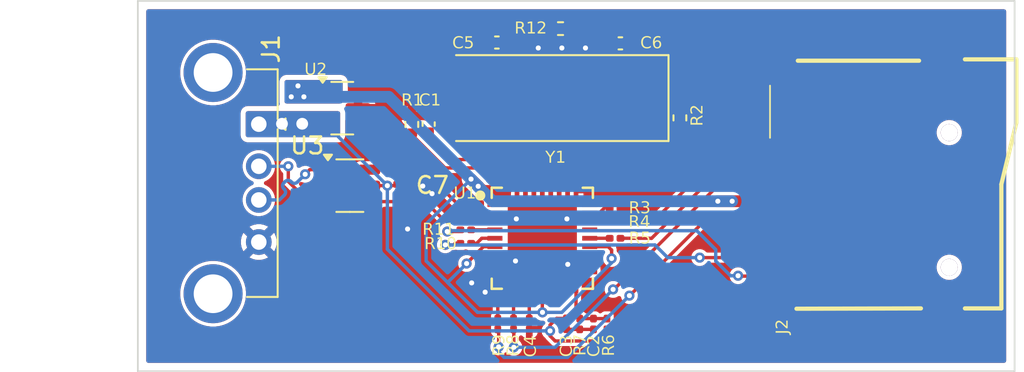
<source format=kicad_pcb>
(kicad_pcb (version 20241229) (generator "pcbnew") (generator_version "9.0")
  (layers (0 "F.Cu" signal) (2 "B.Cu" signal) (13 "F.Paste" user) (15 "B.Paste" user) (5 "F.SilkS" user "F.Silkscreen") (7 "B.SilkS" user "B.Silkscreen") (1 "F.Mask" user) (3 "B.Mask" user) (25 "Edge.Cuts" user))
  (net 0 "")
  (net 1 "/VDD18PLL")
  (net 2 "GND")
  (net 3 "Net-(C2-Pad2)")
  (net 4 "/RESET_N")
  (net 5 "+5V")
  (net 6 "/VDD18")
  (net 7 "/XTAL1(CLKIN)")
  (net 8 "/XTAL2")
  (net 9 "/USB+")
  (net 10 "/USB-")
  (net 11 "+3V3")
  (net 13 "/SD_D1")
  (net 14 "/SD_CLK")
  (net 15 "/SD_D0")
  (net 16 "/SD_CS")
  (net 17 "/SD_CMD")
  (net 18 "/SD_D2")
  (net 19 "/RBIAS")
  (net 20 "/SD_WP")
  (net 21 "/SD_nCD")
  (net 22 "Net-(U1-SD_D2)")
  (net 23 "Net-(U1-SD_D3)")
  (net 24 "Net-(U1-SD_CMD)")
  (net 25 "Net-(U1-SD_CLK)")
  (net 26 "Net-(U1-SD_D0)")
  (net 27 "Net-(U1-SD_D1)")
  (net 28 "/SD_D6")
  (net 29 "/xD_nWE")
  (net 30 "/xD_nCE")
  (net 31 "/TXD{slash}SCK")
  (net 32 "/SD_D5")
  (net 34 "/RXD{slash}SDA")
  (net 35 "/xD_nRE")
  (net 36 "/SD_D4")
  (net 37 "/(xD_nCD)")
  (net 38 "/LED")
  (net 39 "/xD_nB{slash}R")
  (net 40 "/SD_D7")
  (net 41 "/NC")
  (net 42 "/CRD_PWR")
  (net 43 "/D+")
  (net 44 "/D-")
  (footprint "Capacitor_SMD:C_0402_1005Metric" (layer "F.Cu") (at 107.62 34.525 180)
    (property "Reference" "C6" (at -1.83 0 0) (layer "F.SilkS") (effects (font (size 0.7 0.7) (thickness 0.1))))
    (property "Value" "18pF")
    (fp_line (start -0.107836 0.36) (end 0.107836 0.36) (stroke (width 0.12)) (layer "F.SilkS"))
    (fp_line (start -0.107836 -0.36) (end 0.107836 -0.36) (stroke (width 0.12)) (layer "F.SilkS"))
    (pad "1" smd roundrect (at -0.48 0 180) (size 0.56 0.62) (layers "F.Cu" "F.Mask" "F.Paste") (net 8 "/XTAL2"))
    (pad "2" smd roundrect (at 0.48 0 180) (size 0.56 0.62) (layers "F.Cu" "F.Mask" "F.Paste") (net 2 "GND"))
  )
  (footprint "Resistor_SMD:R_0201_0603Metric" (layer "F.Cu") (at 101.283333 51.19 90)
    (property "Reference" "R8" (at -1.267941 0 90) (layer "F.SilkS") (effects (font (size 0.7 0.7) (thickness 0.1))))
    (property "Value" "33R")
    (pad "1" smd roundrect (at -0.32 0 90) (size 0.46 0.4) (layers "F.Cu" "F.Mask") (net 17 "/SD_CMD"))
    (pad "2" smd roundrect (at 0.32 0 90) (size 0.46 0.4) (layers "F.Cu" "F.Mask") (net 24 "Net-(U1-SD_CMD)"))
  )
  (footprint "Capacitor_SMD:C_0201_0603Metric" (layer "F.Cu") (at 106.025 51.19 -90)
    (property "Reference" "C2" (at 1.305897 -0.05 90) (layer "F.SilkS") (effects (font (size 0.7 0.7) (thickness 0.1))))
    (property "Value" "1uF")
    (pad "1" smd roundrect (at -0.32 0 270) (size 0.46 0.4) (layers "F.Cu" "F.Mask") (net 4 "/RESET_N"))
    (pad "2" smd roundrect (at 0.32 0 270) (size 0.46 0.4) (layers "F.Cu" "F.Mask") (net 3 "Net-(C2-Pad2)"))
  )
  (footprint "easyeda2kicad:QFN-36_L6.0-W6.0-P0.50-TL-EP4.1" (layer "F.Cu") (at 102.99 46.1)
    (property "Reference" "U1" (at -4.59 -2.65 0) (layer "F.SilkS") (effects (font (size 0.7 0.7) (thickness 0.1))))
    (property "Value" "USB2240-AEZG-06")
    (fp_line (start -3 -3) (end -3 -2.4) (stroke (width 0.15)) (layer "F.SilkS"))
    (fp_line (start -3 2.4) (end -3 3) (stroke (width 0.15)) (layer "F.SilkS"))
    (fp_line (start -3 3) (end -2.4 3) (stroke (width 0.15)) (layer "F.SilkS"))
    (fp_line (start -2.4 -3) (end -3 -3) (stroke (width 0.15)) (layer "F.SilkS"))
    (fp_line (start 2.4 3) (end 3 3) (stroke (width 0.15)) (layer "F.SilkS"))
    (fp_line (start 3 -3) (end 2.4 -3) (stroke (width 0.15)) (layer "F.SilkS"))
    (fp_line (start 3 -2.4) (end 3 -3) (stroke (width 0.15)) (layer "F.SilkS"))
    (fp_line (start 3 3) (end 3 2.4) (stroke (width 0.15)) (layer "F.SilkS"))
    (fp_circle (center -3.68 -2.54) (end -3.53 -2.54) (stroke (width 0.3)) (fill no) (layer "F.SilkS"))
    (pad "1" smd rect (at -2.81 -2 90) (size 0.28 0.89) (layers "F.Cu" "F.Mask" "F.Paste") (net 38 "/LED"))
    (pad "2" smd rect (at -2.81 -1.5 90) (size 0.28 0.89) (layers "F.Cu" "F.Mask" "F.Paste") (net 9 "/USB+"))
    (pad "3" smd rect (at -2.81 -1 90) (size 0.28 0.89) (layers "F.Cu" "F.Mask" "F.Paste") (net 10 "/USB-"))
    (pad "4" smd rect (at -2.81 -0.5 90) (size 0.28 0.89) (layers "F.Cu" "F.Mask" "F.Paste") (net 27 "Net-(U1-SD_D1)"))
    (pad "5" smd rect (at -2.81 0 90) (size 0.28 0.89) (layers "F.Cu" "F.Mask" "F.Paste") (net 26 "Net-(U1-SD_D0)"))
    (pad "6" smd rect (at -2.81 0.5 90) (size 0.28 0.89) (layers "F.Cu" "F.Mask" "F.Paste") (net 11 "+3V3"))
    (pad "7" smd rect (at -2.81 1 90) (size 0.28 0.89) (layers "F.Cu" "F.Mask" "F.Paste") (net 40 "/SD_D7"))
    (pad "8" smd rect (at -2.81 1.5 90) (size 0.28 0.89) (layers "F.Cu" "F.Mask" "F.Paste") (net 28 "/SD_D6"))
    (pad "9" smd rect (at -2.81 2 90) (size 0.28 0.89) (layers "F.Cu" "F.Mask" "F.Paste") (net 25 "Net-(U1-SD_CLK)"))
    (pad "10" smd rect (at -2 2.81 180) (size 0.28 0.89) (layers "F.Cu" "F.Mask" "F.Paste") (net 32 "/SD_D5"))
    (pad "11" smd rect (at -1.5 2.81 180) (size 0.28 0.89) (layers "F.Cu" "F.Mask" "F.Paste") (net 24 "Net-(U1-SD_CMD)"))
    (pad "12" smd rect (at -1 2.81 180) (size 0.28 0.89) (layers "F.Cu" "F.Mask" "F.Paste") (net 29 "/xD_nWE"))
    (pad "13" smd rect (at -0.5 2.81 180) (size 0.28 0.89) (layers "F.Cu" "F.Mask" "F.Paste") (net 6 "/VDD18"))
    (pad "14" smd rect (at 0 2.81 180) (size 0.28 0.89) (layers "F.Cu" "F.Mask" "F.Paste") (net 11 "+3V3"))
    (pad "15" smd rect (at 0.5 2.81 180) (size 0.28 0.89) (layers "F.Cu" "F.Mask" "F.Paste") (net 30 "/xD_nCE"))
    (pad "16" smd rect (at 1 2.81 180) (size 0.28 0.89) (layers "F.Cu" "F.Mask" "F.Paste") (net 35 "/xD_nRE"))
    (pad "17" smd rect (at 1.5 2.81 180) (size 0.28 0.89) (layers "F.Cu" "F.Mask" "F.Paste") (net 39 "/xD_nB{slash}R"))
    (pad "18" smd rect (at 2 2.81 180) (size 0.28 0.89) (layers "F.Cu" "F.Mask" "F.Paste") (net 4 "/RESET_N"))
    (pad "19" smd rect (at 2.81 2 90) (size 0.28 0.89) (layers "F.Cu" "F.Mask" "F.Paste") (net 37 "/(xD_nCD)"))
    (pad "20" smd rect (at 2.81 1.5 90) (size 0.28 0.89) (layers "F.Cu" "F.Mask" "F.Paste") (net 36 "/SD_D4"))
    (pad "21" smd rect (at 2.81 1 90) (size 0.28 0.89) (layers "F.Cu" "F.Mask" "F.Paste") (net 42 "/CRD_PWR"))
    (pad "22" smd rect (at 2.81 0.5 90) (size 0.28 0.89) (layers "F.Cu" "F.Mask" "F.Paste") (net 11 "+3V3"))
    (pad "23" smd rect (at 2.81 0 90) (size 0.28 0.89) (layers "F.Cu" "F.Mask" "F.Paste") (net 23 "Net-(U1-SD_D3)"))
    (pad "24" smd rect (at 2.81 -0.5 90) (size 0.28 0.89) (layers "F.Cu" "F.Mask" "F.Paste"))
    (pad "25" smd rect (at 2.81 -1 90) (size 0.28 0.89) (layers "F.Cu" "F.Mask" "F.Paste") (net 22 "Net-(U1-SD_D2)"))
    (pad "26" smd rect (at 2.81 -1.5 90) (size 0.28 0.89) (layers "F.Cu" "F.Mask" "F.Paste") (net 21 "/SD_nCD"))
    (pad "27" smd rect (at 2.81 -2 90) (size 0.28 0.89) (layers "F.Cu" "F.Mask" "F.Paste") (net 34 "/RXD{slash}SDA"))
    (pad "28" smd rect (at 2 -2.81 180) (size 0.28 0.89) (layers "F.Cu" "F.Mask" "F.Paste") (net 2 "GND"))
    (pad "29" smd rect (at 1.5 -2.81 180) (size 0.28 0.89) (layers "F.Cu" "F.Mask" "F.Paste") (net 41 "/NC"))
    (pad "30" smd rect (at 1 -2.81 180) (size 0.28 0.89) (layers "F.Cu" "F.Mask" "F.Paste") (net 20 "/SD_WP"))
    (pad "31" smd rect (at 0.5 -2.81 180) (size 0.28 0.89) (layers "F.Cu" "F.Mask" "F.Paste") (net 31 "/TXD{slash}SCK"))
    (pad "32" smd rect (at 0 -2.81 180) (size 0.28 0.89) (layers "F.Cu" "F.Mask" "F.Paste") (net 8 "/XTAL2"))
    (pad "33" smd rect (at -0.5 -2.81 180) (size 0.28 0.89) (layers "F.Cu" "F.Mask" "F.Paste") (net 7 "/XTAL1(CLKIN)"))
    (pad "34" smd rect (at -1 -2.81 180) (size 0.28 0.89) (layers "F.Cu" "F.Mask" "F.Paste") (net 1 "/VDD18PLL"))
    (pad "35" smd rect (at -1.5 -2.81 180) (size 0.28 0.89) (layers "F.Cu" "F.Mask" "F.Paste") (net 19 "/RBIAS"))
    (pad "36" smd rect (at -2 -2.81 180) (size 0.28 0.89) (layers "F.Cu" "F.Mask" "F.Paste") (net 11 "+3V3"))
    (pad "37" smd rect (at 0 0) (size 4.1 4.1) (layers "F.Cu" "F.Mask" "F.Paste") (net 2 "GND"))
  )
  (footprint "Package_TO_SOT_SMD:SOT-23-6" (layer "F.Cu") (at 91.575 42.975)
    (property "Reference" "U3" (at -2.525 -2.375 0) (layer "F.SilkS"))
    (property "Value" "USBLC6-2SC6")
    (fp_line (start 0 -1.56) (end -0.8 -1.56) (stroke (width 0.12)) (layer "F.SilkS"))
    (fp_line (start 0 -1.56) (end 0.8 -1.56) (stroke (width 0.12)) (layer "F.SilkS"))
    (fp_line (start 0 1.56) (end -0.8 1.56) (stroke (width 0.12)) (layer "F.SilkS"))
    (fp_line (start 0 1.56) (end 0.8 1.56) (stroke (width 0.12)) (layer "F.SilkS"))
    (fp_poly (pts (xy -1.3 -1.51) (xy -1.54 -1.84) (xy -1.06 -1.84) (xy -1.3 -1.51)) (stroke (width 0.12)) (fill yes) (layer "F.SilkS"))
    (pad "1" smd roundrect (at -1.1375 -0.95) (size 1.325 0.6) (layers "F.Cu" "F.Mask" "F.Paste") (net 43 "/D+"))
    (pad "2" smd roundrect (at -1.1375 0) (size 1.325 0.6) (layers "F.Cu" "F.Mask" "F.Paste") (net 2 "GND"))
    (pad "3" smd roundrect (at -1.1375 0.95) (size 1.325 0.6) (layers "F.Cu" "F.Mask" "F.Paste") (net 44 "/D-"))
    (pad "4" smd roundrect (at 1.1375 0.95) (size 1.325 0.6) (layers "F.Cu" "F.Mask" "F.Paste") (net 10 "/USB-"))
    (pad "5" smd roundrect (at 1.1375 0) (size 1.325 0.6) (layers "F.Cu" "F.Mask" "F.Paste") (net 5 "+5V"))
    (pad "6" smd roundrect (at 1.1375 -0.95) (size 1.325 0.6) (layers "F.Cu" "F.Mask" "F.Paste") (net 9 "/USB+"))
  )
  (footprint "Capacitor_SMD:C_0201_0603Metric" (layer "F.Cu") (at 94.7 42.9)
    (property "Reference" "C7" (at 1.77 0.05 0) (layer "F.SilkS"))
    (property "Value" "100nF")
    (pad "1" smd roundrect (at -0.32 0) (size 0.46 0.4) (layers "F.Cu" "F.Mask") (net 5 "+5V"))
    (pad "2" smd roundrect (at 0.32 0) (size 0.46 0.4) (layers "F.Cu" "F.Mask") (net 2 "GND"))
  )
  (footprint "Resistor_SMD:R_0201_0603Metric" (layer "F.Cu") (at 107.305 44.3)
    (property "Reference" "R3" (at 1.458677 0.025 0) (layer "F.SilkS") (effects (font (size 0.7 0.7) (thickness 0.1))))
    (property "Value" "33R")
    (pad "1" smd roundrect (at -0.32 0) (size 0.46 0.4) (layers "F.Cu" "F.Mask") (net 21 "/SD_nCD"))
    (pad "2" smd roundrect (at 0.32 0) (size 0.46 0.4) (layers "F.Cu" "F.Mask") (net 2 "GND"))
  )
  (footprint "Resistor_SMD:R_0402_1005Metric" (layer "F.Cu") (at 104.07 33.65)
    (property "Reference" "R12" (at -1.77 0 0) (layer "F.SilkS") (effects (font (size 0.7 0.7) (thickness 0.1))))
    (property "Value" "1M")
    (fp_line (start -0.153641 -0.38) (end 0.153641 -0.38) (stroke (width 0.12)) (layer "F.SilkS"))
    (fp_line (start -0.153641 0.38) (end 0.153641 0.38) (stroke (width 0.12)) (layer "F.SilkS"))
    (pad "1" smd roundrect (at -0.51 0) (size 0.54 0.64) (layers "F.Cu" "F.Mask" "F.Paste") (net 7 "/XTAL1(CLKIN)"))
    (pad "2" smd roundrect (at 0.51 0) (size 0.54 0.64) (layers "F.Cu" "F.Mask" "F.Paste") (net 8 "/XTAL2"))
  )
  (footprint "Capacitor_SMD:C_0201_0603Metric" (layer "F.Cu") (at 104.425 51.18 -90)
    (property "Reference" "C3" (at 1.32 -0.025 90) (layer "F.SilkS") (effects (font (size 0.7 0.7) (thickness 0.1))))
    (property "Value" "1uF")
    (pad "1" smd roundrect (at -0.32 0 270) (size 0.46 0.4) (layers "F.Cu" "F.Mask") (net 5 "+5V"))
    (pad "2" smd roundrect (at 0.32 0 270) (size 0.46 0.4) (layers "F.Cu" "F.Mask") (net 3 "Net-(C2-Pad2)"))
  )
  (footprint "Resistor_SMD:R_0201_0603Metric" (layer "F.Cu") (at 98.45 45.6)
    (property "Reference" "R11" (at -1.610105 0 0) (layer "F.SilkS") (effects (font (size 0.7 0.7) (thickness 0.1))))
    (property "Value" "33R")
    (pad "1" smd roundrect (at -0.32 0) (size 0.46 0.4) (layers "F.Cu" "F.Mask") (net 13 "/SD_D1"))
    (pad "2" smd roundrect (at 0.32 0) (size 0.46 0.4) (layers "F.Cu" "F.Mask") (net 27 "Net-(U1-SD_D1)"))
  )
  (footprint "Capacitor_SMD:C_0402_1005Metric" (layer "F.Cu") (at 96.25 39.32 90)
    (property "Reference" "C1" (at 1.395 0.075 180) (layer "F.SilkS") (effects (font (size 0.7 0.7) (thickness 0.1))))
    (property "Value" "1uF")
    (fp_line (start -0.107836 -0.36) (end 0.107836 -0.36) (stroke (width 0.12)) (layer "F.SilkS"))
    (fp_line (start -0.107836 0.36) (end 0.107836 0.36) (stroke (width 0.12)) (layer "F.SilkS"))
    (pad "1" smd roundrect (at -0.48 0 90) (size 0.56 0.62) (layers "F.Cu" "F.Mask" "F.Paste") (net 1 "/VDD18PLL"))
    (pad "2" smd roundrect (at 0.48 0 90) (size 0.56 0.62) (layers "F.Cu" "F.Mask" "F.Paste") (net 2 "GND"))
  )
  (footprint "Resistor_SMD:R_0201_0603Metric" (layer "F.Cu") (at 105.208333 51.19 -90)
    (property "Reference" "R7" (at 1.241954 -0.05 90) (layer "F.SilkS") (effects (font (size 0.7 0.7) (thickness 0.1))))
    (property "Value" "100k")
    (pad "1" smd roundrect (at -0.32 0 270) (size 0.46 0.4) (layers "F.Cu" "F.Mask") (net 4 "/RESET_N"))
    (pad "2" smd roundrect (at 0.32 0 270) (size 0.46 0.4) (layers "F.Cu" "F.Mask") (net 3 "Net-(C2-Pad2)"))
  )
  (footprint "Resistor_SMD:R_0201_0603Metric" (layer "F.Cu") (at 100.35 51.19 90)
    (property "Reference" "R9" (at -1.268625 0.1 90) (layer "F.SilkS") (effects (font (size 0.7 0.7) (thickness 0.1))))
    (property "Value" "33R")
    (pad "1" smd roundrect (at -0.32 0 90) (size 0.46 0.4) (layers "F.Cu" "F.Mask") (net 14 "/SD_CLK"))
    (pad "2" smd roundrect (at 0.32 0 90) (size 0.46 0.4) (layers "F.Cu" "F.Mask") (net 25 "Net-(U1-SD_CLK)"))
  )
  (footprint "Resistor_SMD:R_0402_1005Metric" (layer "F.Cu") (at 95.25 39.34 90)
    (property "Reference" "R1" (at 1.415 0.025 0) (layer "F.SilkS") (effects (font (size 0.7 0.7) (thickness 0.1))))
    (property "Value" "12K, 1%")
    (fp_line (start -0.153641 -0.38) (end 0.153641 -0.38) (stroke (width 0.12)) (layer "F.SilkS"))
    (fp_line (start -0.153641 0.38) (end 0.153641 0.38) (stroke (width 0.12)) (layer "F.SilkS"))
    (pad "1" smd roundrect (at -0.51 0 90) (size 0.54 0.64) (layers "F.Cu" "F.Mask" "F.Paste") (net 19 "/RBIAS"))
    (pad "2" smd roundrect (at 0.51 0 90) (size 0.54 0.64) (layers "F.Cu" "F.Mask" "F.Paste") (net 2 "GND"))
  )
  (footprint "Capacitor_SMD:C_0402_1005Metric" (layer "F.Cu") (at 100.295 34.475)
    (property "Reference" "C5" (at -1.995 0.05 0) (layer "F.SilkS") (effects (font (size 0.7 0.7) (thickness 0.1))))
    (property "Value" "18pF")
    (fp_line (start -0.107836 -0.36) (end 0.107836 -0.36) (stroke (width 0.12)) (layer "F.SilkS"))
    (fp_line (start -0.107836 0.36) (end 0.107836 0.36) (stroke (width 0.12)) (layer "F.SilkS"))
    (pad "1" smd roundrect (at -0.48 0) (size 0.56 0.62) (layers "F.Cu" "F.Mask" "F.Paste") (net 7 "/XTAL1(CLKIN)"))
    (pad "2" smd roundrect (at 0.48 0) (size 0.56 0.62) (layers "F.Cu" "F.Mask" "F.Paste") (net 2 "GND"))
  )
  (footprint "Resistor_SMD:R_0201_0603Metric" (layer "F.Cu") (at 106.825 51.19 90)
    (property "Reference" "R6" (at -1.268625 0.125 90) (layer "F.SilkS") (effects (font (size 0.7 0.7) (thickness 0.1))))
    (property "Value" "100k")
    (pad "1" smd roundrect (at -0.32 0 90) (size 0.46 0.4) (layers "F.Cu" "F.Mask") (net 5 "+5V"))
    (pad "2" smd roundrect (at 0.32 0 90) (size 0.46 0.4) (layers "F.Cu" "F.Mask") (net 4 "/RESET_N"))
  )
  (footprint "Resistor_SMD:R_0402_1005Metric" (layer "F.Cu") (at 111.15 38.95 90)
    (property "Reference" "R2" (at 0.153641 1.05 90) (layer "F.SilkS") (effects (font (size 0.7 0.7) (thickness 0.1))))
    (property "Value" "10K")
    (fp_line (start -0.153641 -0.38) (end 0.153641 -0.38) (stroke (width 0.12)) (layer "F.SilkS"))
    (fp_line (start -0.153641 0.38) (end 0.153641 0.38) (stroke (width 0.12)) (layer "F.SilkS"))
    (pad "1" smd roundrect (at -0.51 0 90) (size 0.54 0.64) (layers "F.Cu" "F.Mask" "F.Paste") (net 20 "/SD_WP"))
    (pad "2" smd roundrect (at 0.51 0 90) (size 0.54 0.64) (layers "F.Cu" "F.Mask" "F.Paste") (net 2 "GND"))
  )
  (footprint "Crystal:Crystal_SMD_HC49-SD" (layer "F.Cu") (at 103.775 37.775 180)
    (property "Reference" "Y1" (at 0 -3.55 0) (layer "F.SilkS") (effects (font (size 0.7 0.7) (thickness 0.1))))
    (property "Value" "Crystal")
    (fp_line (start 5.9 -2.55) (end -6.7 -2.55) (stroke (width 0.12)) (layer "F.SilkS"))
    (fp_line (start -6.7 2.55) (end 5.9 2.55) (stroke (width 0.12)) (layer "F.SilkS"))
    (fp_line (start -6.7 -2.55) (end -6.7 2.55) (stroke (width 0.12)) (layer "F.SilkS"))
    (pad "1" smd rect (at -4.25 0 180) (size 4.5 2) (layers "F.Cu" "F.Mask" "F.Paste") (net 8 "/XTAL2"))
    (pad "2" smd rect (at 4.25 0 180) (size 4.5 2) (layers "F.Cu" "F.Mask" "F.Paste") (net 7 "/XTAL1(CLKIN)"))
  )
  (footprint "easyeda2kicad:TF-SMD_TF-02" (layer "F.Cu") (at 121.425 42.875 90)
    (property "Reference" "J2" (at -8.475 -4.175 90) (layer "F.SilkS") (effects (font (size 0.7 0.7) (thickness 0.1))))
    (property "Value" "Micro_SD_Card_Det1")
    (fp_line (start 2.74 -4.93) (end 5.84 -4.93) (stroke (width 0.1)) (layer "F.SilkS"))
    (fp_line (start -7.41 -3.36) (end -7.39 4.02) (stroke (width 0.25)) (layer "F.SilkS"))
    (fp_line (start 7.32 3.91) (end 7.32 -3.28) (stroke (width 0.25)) (layer "F.SilkS"))
    (fp_line (start -7.39 6.63) (end -7.39 8.79) (stroke (width 0.25)) (layer "F.SilkS"))
    (fp_line (start -0.02 8.79) (end 3.64 9.68) (stroke (width 0.25)) (layer "F.SilkS"))
    (fp_line (start -7.39 8.79) (end -0.02 8.79) (stroke (width 0.25)) (layer "F.SilkS"))
    (fp_line (start 7.4 9.68) (end 7.4 6.63) (stroke (width 0.25)) (layer "F.SilkS"))
    (fp_line (start 3.64 9.68) (end 7.4 9.68) (stroke (width 0.25)) (layer "F.SilkS"))
    (pad "" thru_hole circle (at -4.95 5.7 90) (size 1 1) (drill 1) (layers "*.Cu" "*.Mask"))
    (pad "" thru_hole circle (at 3.05 5.7 90) (size 1 1) (drill 1) (layers "*.Cu" "*.Mask"))
    (pad "1" smd rect (at 2.24 -5.3 90) (size 0.7 1.6) (layers "F.Cu" "F.Mask" "F.Paste") (net 18 "/SD_D2"))
    (pad "2" smd rect (at 1.15 -5.3 90) (size 0.7 1.6) (layers "F.Cu" "F.Mask" "F.Paste") (net 16 "/SD_CS"))
    (pad "3" smd rect (at 0.05 -5.3 90) (size 0.7 1.6) (layers "F.Cu" "F.Mask" "F.Paste") (net 17 "/SD_CMD"))
    (pad "4" smd rect (at -1.05 -5.3 90) (size 0.7 1.6) (layers "F.Cu" "F.Mask" "F.Paste") (net 11 "+3V3"))
    (pad "5" smd rect (at -2.15 -5.3 90) (size 0.7 1.6) (layers "F.Cu" "F.Mask" "F.Paste") (net 14 "/SD_CLK"))
    (pad "6" smd rect (at -3.25 -5.3 90) (size 0.7 1.6) (layers "F.Cu" "F.Mask" "F.Paste") (net 2 "GND"))
    (pad "7" smd rect (at -4.35 -5.3 90) (size 0.7 1.6) (layers "F.Cu" "F.Mask" "F.Paste") (net 15 "/SD_D0"))
    (pad "8" smd rect (at -5.45 -5.3 90) (size 0.7 1.6) (layers "F.Cu" "F.Mask" "F.Paste") (net 13 "/SD_D1"))
    (pad "9" smd rect (at -6.55 -5.3 90) (size 0.7 1.6) (layers "F.Cu" "F.Mask" "F.Paste"))
    (pad "10" smd rect (at -7.75 -4.3 90) (size 1.2 1.5) (layers "F.Cu" "F.Mask" "F.Paste") (net 2 "GND"))
    (pad "11" smd rect (at -7.75 5.3 90) (size 1.2 2.2) (layers "F.Cu" "F.Mask" "F.Paste") (net 2 "GND"))
    (pad "12" smd rect (at 7.75 5.3 90) (size 1.2 2.2) (layers "F.Cu" "F.Mask" "F.Paste") (net 2 "GND"))
    (pad "13" smd rect (at 6.85 -4.3 90) (size 1.6 1.5) (layers "F.Cu" "F.Mask" "F.Paste") (net 2 "GND"))
  )
  (footprint "Resistor_SMD:R_0201_0603Metric" (layer "F.Cu") (at 107.32 45.1)
    (property "Reference" "R4" (at 1.43 0.05 0) (layer "F.SilkS") (effects (font (size 0.7 0.7) (thickness 0.1))))
    (property "Value" "33R")
    (pad "1" smd roundrect (at -0.32 0) (size 0.46 0.4) (layers "F.Cu" "F.Mask") (net 22 "Net-(U1-SD_D2)"))
    (pad "2" smd roundrect (at 0.32 0) (size 0.46 0.4) (layers "F.Cu" "F.Mask") (net 18 "/SD_D2"))
  )
  (footprint "Resistor_SMD:R_0201_0603Metric" (layer "F.Cu") (at 98.45 46.4)
    (property "Reference" "R10" (at -1.5 0.05 0) (layer "F.SilkS") (effects (font (size 0.7 0.7) (thickness 0.1))))
    (property "Value" "33R")
    (pad "1" smd roundrect (at -0.32 0) (size 0.46 0.4) (layers "F.Cu" "F.Mask") (net 15 "/SD_D0"))
    (pad "2" smd roundrect (at 0.32 0) (size 0.46 0.4) (layers "F.Cu" "F.Mask") (net 26 "Net-(U1-SD_D0)"))
  )
  (footprint "Resistor_SMD:R_0201_0603Metric" (layer "F.Cu") (at 107.305 46.1)
    (property "Reference" "R5" (at 1.470645 0.025 0) (layer "F.SilkS") (effects (font (size 0.7 0.7) (thickness 0.1))))
    (property "Value" "33R")
    (pad "1" smd roundrect (at -0.32 0) (size 0.46 0.4) (layers "F.Cu" "F.Mask") (net 23 "Net-(U1-SD_D3)"))
    (pad "2" smd roundrect (at 0.32 0) (size 0.46 0.4) (layers "F.Cu" "F.Mask") (net 16 "/SD_CS"))
  )
  (footprint "Package_TO_SOT_SMD:SOT-23" (layer "F.Cu") (at 91.125 38.375)
    (property "Reference" "U2" (at -1.575 -2.275 0) (layer "F.SilkS") (effects (font (size 0.7 0.7) (thickness 0.1))))
    (property "Value" "LM3480-3.3")
    (fp_line (start 0 -1.56) (end -0.65 -1.56) (stroke (width 0.12)) (layer "F.SilkS"))
    (fp_line (start 0 -1.56) (end 0.65 -1.56) (stroke (width 0.12)) (layer "F.SilkS"))
    (fp_line (start 0 1.56) (end -0.65 1.56) (stroke (width 0.12)) (layer "F.SilkS"))
    (fp_line (start 0 1.56) (end 0.65 1.56) (stroke (width 0.12)) (layer "F.SilkS"))
    (fp_poly (pts (xy -1.1625 -1.51) (xy -1.4025 -1.84) (xy -0.9225 -1.84) (xy -1.1625 -1.51)) (stroke (width 0.12)) (fill yes) (layer "F.SilkS"))
    (pad "1" smd roundrect (at -0.9375 -0.95) (size 1.475 0.6) (layers "F.Cu" "F.Mask" "F.Paste") (net 11 "+3V3"))
    (pad "2" smd roundrect (at -0.9375 0.95) (size 1.475 0.6) (layers "F.Cu" "F.Mask" "F.Paste") (net 5 "+5V"))
    (pad "3" smd roundrect (at 0.9375 0) (size 1.475 0.6) (layers "F.Cu" "F.Mask" "F.Paste") (net 2 "GND"))
  )
  (footprint "Connector_USB:USB_A_Connfly_DS1095" (layer "F.Cu") (at 86.175 39.325 -90)
    (property "Reference" "J1" (at -4.475 -0.725 270) (layer "F.SilkS"))
    (property "Value" "USB_A")
    (fp_line (start -3.26 0.7) (end -3.26 -1.12) (stroke (width 0.12)) (layer "F.SilkS"))
    (fp_line (start 10.26 0.7) (end 10.26 -1.12) (stroke (width 0.12)) (layer "F.SilkS"))
    (fp_line (start -3.26 -1.12) (end -0.3 -1.12) (stroke (width 0.12)) (layer "F.SilkS"))
    (fp_line (start 0.3 -1.12) (end 10.26 -1.12) (stroke (width 0.12)) (layer "F.SilkS"))
    (fp_poly (pts (xy 0 -1.12) (xy -0.34 -1.59) (xy 0.34 -1.59)) (stroke (width 0.12)) (fill yes) (layer "F.SilkS"))
    (pad "1" thru_hole roundrect (at 0 0 270) (size 1.524 1.524) (drill 0.92) (layers "*.Cu" "*.Mask") (roundrect_rratio 0.1640419948) (net 5 "+5V"))
    (pad "2" thru_hole circle (at 2.5 0 270) (size 1.524 1.524) (drill 0.92) (layers "*.Cu" "*.Mask") (net 44 "/D-"))
    (pad "3" thru_hole circle (at 4.5 0 270) (size 1.524 1.524) (drill 0.92) (layers "*.Cu" "*.Mask") (net 43 "/D+"))
    (pad "4" thru_hole circle (at 7 0 270) (size 1.524 1.524) (drill 0.92) (layers "*.Cu" "*.Mask") (net 2 "GND"))
    (pad "5" thru_hole circle (at -3.07 2.71 270) (size 3.5 3.5) (drill 2.3) (layers "*.Cu" "*.Mask"))
    (pad "5" thru_hole circle (at 10.07 2.71 270) (size 3.5 3.5) (drill 2.3) (layers "*.Cu" "*.Mask"))
  )
  (footprint "Capacitor_SMD:C_0201_0603Metric" (layer "F.Cu") (at 102.216667 51.19 90)
    (property "Reference" "C4" (at -1.323678 0.1 90) (layer "F.SilkS") (effects (font (size 0.7 0.7) (thickness 0.1))))
    (property "Value" "1uF")
    (pad "1" smd roundrect (at -0.32 0 90) (size 0.46 0.4) (layers "F.Cu" "F.Mask") (net 2 "GND"))
    (pad "2" smd roundrect (at 0.32 0 90) (size 0.46 0.4) (layers "F.Cu" "F.Mask") (net 6 "/VDD18"))
  )
  (gr_rect (start 79 32) (end 131 54) (stroke (width 0.1)) (fill no) (layer "Edge.Cuts"))
  (segment (start 101.99 43.29) (end 101.99 42.44) (width 0.2) (layer "F.Cu") (net 1))
  (segment (start 97.525 41.425) (end 96.3 40.2) (width 0.2) (layer "F.Cu") (net 1))
  (segment (start 100.975 41.425) (end 97.525 41.425) (width 0.2) (layer "F.Cu") (net 1))
  (segment (start 101.99 42.44) (end 100.975 41.425) (width 0.2) (layer "F.Cu") (net 1))
  (segment (start 96.3 39.83) (end 96.25 39.78) (width 0.2) (layer "F.Cu") (net 1))
  (segment (start 96.3 40.2) (end 96.3 39.83) (width 0.2) (layer "F.Cu") (net 1))
  (segment (start 95.05 42.87) (end 95.05 42.85) (width 0.2) (layer "F.Cu") (net 2))
  (segment (start 95.9 43.5) (end 96.05 43.5) (width 0.2) (layer "F.Cu") (net 2))
  (segment (start 95.887613 43.487613) (end 95.9 43.5) (width 0.2) (layer "F.Cu") (net 2))
  (segment (start 95.275 42.875) (end 95.474892 43.074892) (width 0.2) (layer "F.Cu") (net 2))
  (segment (start 95.524 42.376) (end 95.676 42.376) (width 0.2) (layer "F.Cu") (net 2))
  (segment (start 95.541447 43.075606) (end 95.886927 43.420979) (width 0.2) (layer "F.Cu") (net 2))
  (segment (start 95.474892 43.074892) (end 95.541447 43.075606) (width 0.2) (layer "F.Cu") (net 2))
  (segment (start 95.7 42.45) (end 95.275 42.875) (width 0.2) (layer "F.Cu") (net 2))
  (segment (start 95.02 42.9) (end 95.05 42.87) (width 0.2) (layer "F.Cu") (net 2))
  (segment (start 95.886927 43.420979) (end 95.887613 43.487613) (width 0.2) (layer "F.Cu") (net 2))
  (segment (start 95.75 42.45) (end 95.7 42.45) (width 0.2) (layer "F.Cu") (net 2))
  (segment (start 100.825 34.525) (end 100.775 34.475) (width 0.2) (layer "F.Cu") (net 2))
  (segment (start 95.676 42.376) (end 95.75 42.45) (width 0.2) (layer "F.Cu") (net 2))
  (segment (start 95.05 42.85) (end 95.524 42.376) (width 0.2) (layer "F.Cu") (net 2))
  (via (at 105.55 34.8) (size 0.6) (drill 0.3) (layers "F.Cu" "B.Cu") (net 2))
  (via (at 102.75 34.8) (size 0.6) (drill 0.3) (layers "F.Cu" "B.Cu") (net 2))
  (via (at 101.4 47.45) (size 0.6) (drill 0.3) (layers "F.Cu" "B.Cu") (net 2))
  (via (at 95 45.55) (size 0.6) (drill 0.3) (layers "F.Cu" "B.Cu") (net 2))
  (via (at 95.9 43) (size 0.6) (drill 0.3) (layers "F.Cu" "B.Cu") (net 2))
  (via (at 99.6 49.3) (size 0.6) (drill 0.3) (layers "F.Cu" "B.Cu") (net 2))
  (via (at 104.15 34.8) (size 0.6) (drill 0.3) (layers "F.Cu" "B.Cu") (net 2))
  (via (at 104.5 47.65) (size 0.6) (drill 0.3) (layers "F.Cu" "B.Cu") (net 2))
  (via (at 96.45 43.45) (size 0.6) (drill 0.3) (layers "F.Cu" "B.Cu") (net 2))
  (via (at 98.8 48.75) (size 0.6) (drill 0.3) (layers "F.Cu" "B.Cu") (net 2))
  (via (at 104.45 44.95) (size 0.6) (drill 0.3) (layers "F.Cu" "B.Cu") (net 2))
  (via (at 101.45 44.95) (size 0.6) (drill 0.3) (layers "F.Cu" "B.Cu") (net 2))
  (segment (start 106.025 51.51) (end 104.435 51.51) (width 0.2) (layer "F.Cu") (net 3))
  (segment (start 104.435 51.51) (end 104.425 51.5) (width 0.2) (layer "F.Cu") (net 3))
  (segment (start 104.99 50.651667) (end 105.208333 50.87) (width 0.2) (layer "F.Cu") (net 4))
  (segment (start 104.99 48.91) (end 104.99 50.651667) (width 0.2) (layer "F.Cu") (net 4))
  (segment (start 105.208333 50.87) (end 106.825 50.87) (width 0.2) (layer "F.Cu") (net 4))
  (segment (start 103.75 52.2) (end 103.45 51.9) (width 0.2) (layer "F.Cu") (net 5))
  (segment (start 106.825 51.51) (end 106.825 51.975) (width 0.2) (layer "F.Cu") (net 5))
  (segment (start 103.45 51.9) (end 103.45 51.6) (width 0.2) (layer "F.Cu") (net 5))
  (segment (start 103.45 51.25) (end 103.45 51.6) (width 0.2) (layer "F.Cu") (net 5))
  (segment (start 93.8 42.975) (end 94.285 42.975) (width 0.2) (layer "F.Cu") (net 5))
  (segment (start 103.84 50.86) (end 103.45 51.25) (width 0.2) (layer "F.Cu") (net 5))
  (segment (start 106.825 51.975) (end 106.6 52.2) (width 0.2) (layer "F.Cu") (net 5))
  (segment (start 104.425 50.86) (end 103.84 50.86) (width 0.2) (layer "F.Cu") (net 5))
  (segment (start 94.36 42.9) (end 94.38 42.9) (width 0.2) (layer "F.Cu") (net 5))
  (segment (start 92.7125 42.975) (end 93.8 42.975) (width 0.2) (layer "F.Cu") (net 5))
  (segment (start 94.285 42.975) (end 94.36 42.9) (width 0.2) (layer "F.Cu") (net 5))
  (segment (start 106.6 52.2) (end 103.75 52.2) (width 0.2) (layer "F.Cu") (net 5))
  (via (at 103.45 51.6) (size 0.6) (drill 0.3) (layers "F.Cu" "B.Cu") (net 5))
  (via (at 87.55 39.3) (size 1.2) (drill 0.7) (layers "F.Cu" "B.Cu") (net 5))
  (via (at 88.75 39.3) (size 1.2) (drill 0.7) (layers "F.Cu" "B.Cu") (net 5))
  (via (at 93.8 42.975) (size 0.6) (drill 0.3) (layers "F.Cu" "B.Cu") (net 5))
  (segment (start 103.45 51.6) (end 98.65 51.6) (width 0.2) (layer "B.Cu") (net 5))
  (segment (start 90.125 39.3) (end 92.6625 41.8375) (width 0.2) (layer "B.Cu") (net 5))
  (segment (start 92.6625 41.8375) (end 93.8 42.975) (width 0.2) (layer "B.Cu") (net 5))
  (segment (start 98.65 51.6) (end 93.8 46.75) (width 0.2) (layer "B.Cu") (net 5))
  (segment (start 93.8 46.75) (end 93.8 42.975) (width 0.2) (layer "B.Cu") (net 5))
  (segment (start 88.75 39.3) (end 90.125 39.3) (width 0.2) (layer "B.Cu") (net 5))
  (segment (start 102.49 49.835) (end 102.49 48.91) (width 0.2) (layer "F.Cu") (net 6))
  (segment (start 102.216667 50.108333) (end 102.49 49.835) (width 0.2) (layer "F.Cu") (net 6))
  (segment (start 102.216667 50.87) (end 102.216667 50.108333) (width 0.2) (layer "F.Cu") (net 6))
  (segment (start 102.49 41.515) (end 102.49 43.29) (width 0.2) (layer "F.Cu") (net 7))
  (segment (start 99.815 37.485) (end 99.525 37.775) (width 0.2) (layer "F.Cu") (net 7))
  (segment (start 99.815 34.475) (end 99.815 33.875) (width 0.2) (layer "F.Cu") (net 7))
  (segment (start 100.12 33.57) (end 103.3 33.57) (width 0.2) (layer "F.Cu") (net 7))
  (segment (start 99.815 34.475) (end 99.815 37.485) (width 0.2) (layer "F.Cu") (net 7))
  (segment (start 100.1 40.325) (end 101.3 40.325) (width 0.2) (layer "F.Cu") (net 7))
  (segment (start 101.3 40.325) (end 102.49 41.515) (width 0.2) (layer "F.Cu") (net 7))
  (segment (start 99.525 39.75) (end 100.1 40.325) (width 0.2) (layer "F.Cu") (net 7))
  (segment (start 99.815 33.875) (end 100.12 33.57) (width 0.2) (layer "F.Cu") (net 7))
  (segment (start 99.525 37.775) (end 99.525 39.75) (width 0.2) (layer "F.Cu") (net 7))
  (segment (start 107.25 40.35) (end 104.075 40.35) (width 0.2) (layer "F.Cu") (net 8))
  (segment (start 102.99 41.435) (end 102.99 43.29) (width 0.2) (layer "F.Cu") (net 8))
  (segment (start 108.1 34.07) (end 107.66 33.63) (width 0.2) (layer "F.Cu") (net 8))
  (segment (start 108.1 37.7) (end 108.025 37.775) (width 0.2) (layer "F.Cu") (net 8))
  (segment (start 104.075 40.35) (end 102.99 41.435) (width 0.2) (layer "F.Cu") (net 8))
  (segment (start 108.1 34.525) (end 108.1 34.07) (width 0.2) (layer "F.Cu") (net 8))
  (segment (start 108.1 34.525) (end 108.1 37.7) (width 0.2) (layer "F.Cu") (net 8))
  (segment (start 107.66 33.63) (end 104.6 33.63) (width 0.2) (layer "F.Cu") (net 8))
  (segment (start 108.025 37.775) (end 108.025 39.575) (width 0.2) (layer "F.Cu") (net 8))
  (segment (start 108.025 39.575) (end 107.25 40.35) (width 0.2) (layer "F.Cu") (net 8))
  (segment (start 95.925 42.025) (end 92.7125 42.025) (width 0.2) (layer "F.Cu") (net 9))
  (segment (start 98.5 44.6) (end 95.925 42.025) (width 0.2) (layer "F.Cu") (net 9))
  (segment (start 100.18 44.6) (end 98.5 44.6) (width 0.2) (layer "F.Cu") (net 9))
  (segment (start 96.05 43.925) (end 95.773461 43.925) (width 0.2) (layer "F.Cu") (net 10))
  (segment (start 95.533461 43.685) (end 95.533461 43.668966) (width 0.2) (layer "F.Cu") (net 10))
  (segment (start 100.18 45.1) (end 97.225 45.1) (width 0.2) (layer "F.Cu") (net 10))
  (segment (start 94.573461 43.925) (end 93.702365 43.925) (width 0.2) (layer "F.Cu") (net 10))
  (segment (start 95.293461 43.428966) (end 95.173461 43.428966) (width 0.2) (layer "F.Cu") (net 10))
  (segment (start 94.693461 43.925) (end 94.573461 43.925) (width 0.2) (layer "F.Cu") (net 10))
  (segment (start 94.933461 43.668966) (end 94.933461 43.685) (width 0.2) (layer "F.Cu") (net 10))
  (segment (start 97.225 45.1) (end 96.05 43.925) (width 0.2) (layer "F.Cu") (net 10))
  (segment (start 93.702365 43.925) (end 92.7125 43.925) (width 0.2) (layer "F.Cu") (net 10))
  (arc (start 94.933461 43.685) (mid 94.863167 43.854706) (end 94.693461 43.925) (width 0.2) (layer "F.Cu") (net 10))
  (arc (start 95.173461 43.428966) (mid 95.003755 43.49926) (end 94.933461 43.668966) (width 0.2) (layer "F.Cu") (net 10))
  (arc (start 95.533461 43.668966) (mid 95.463167 43.49926) (end 95.293461 43.428966) (width 0.2) (layer "F.Cu") (net 10))
  (arc (start 95.773461 43.925) (mid 95.603755 43.854706) (end 95.533461 43.685) (width 0.2) (layer "F.Cu") (net 10))
  (segment (start 98.7625 42.5875) (end 99.465 43.29) (width 0.7) (layer "F.Cu") (net 11))
  (segment (start 98.7 47.4) (end 98.7 47.393) (width 0.2) (layer "F.Cu") (net 11))
  (segment (start 99 42.825) (end 99.1875 43.0125) (width 0.7) (layer "F.Cu") (net 11))
  (segment (start 99.465 43.29) (end 100.799 43.29) (width 0.7) (layer "F.Cu") (net 11))
  (segment (start 98.7 47.393) (end 99.493 46.6) (width 0.2) (layer "F.Cu") (net 11))
  (segment (start 107.1 46.8) (end 106.9 46.6) (width 0.2) (layer "F.Cu") (net 11))
  (segment (start 107.1 47.3) (end 107.1 46.8) (width 0.2) (layer "F.Cu") (net 11))
  (segment (start 98.5 47.6) (end 98.7 47.4) (width 0.2) (layer "F.Cu") (net 11))
  (segment (start 116.1 43.9) (end 116.125 43.925) (width 0.7) (layer "F.Cu") (net 11))
  (segment (start 99.493 46.6) (end 100.18 46.6) (width 0.2) (layer "F.Cu") (net 11))
  (segment (start 102.99 50.49) (end 103 50.5) (width 0.2) (layer "F.Cu") (net 11))
  (segment (start 113.4 43.9) (end 116.1 43.9) (width 0.7) (layer "F.Cu") (net 11))
  (segment (start 102.99 48.91) (end 102.99 50.49) (width 0.2) (layer "F.Cu") (net 11))
  (segment (start 106.9 46.6) (end 105.8 46.6) (width 0.2) (layer "F.Cu") (net 11))
  (via (at 107.1 47.3) (size 0.6) (drill 0.3) (layers "F.Cu" "B.Cu") (net 11))
  (via (at 98.5 47.6) (size 0.6) (drill 0.3) (layers "F.Cu" "B.Cu") (net 11))
  (via (at 98.7625 42.5875) (size 0.6) (drill 0.3) (layers "F.Cu" "B.Cu") (net 11))
  (via (at 88.85 37.7) (size 0.6) (drill 0.3) (layers "F.Cu" "B.Cu") (net 11))
  (via (at 114.25 43.9) (size 0.6) (drill 0.3) (layers "F.Cu" "B.Cu") (net 11))
  (via (at 88.1 37.7) (size 0.6) (drill 0.3) (layers "F.Cu" "B.Cu") (net 11))
  (via (at 88.5 37.05) (size 0.6) (drill 0.3) (layers "F.Cu" "B.Cu") (net 11))
  (via (at 103 50.5) (size 0.6) (drill 0.3) (layers "F.Cu" "B.Cu") (net 11))
  (via (at 99.1875 43.0125) (size 0.6) (drill 0.3) (layers "F.Cu" "B.Cu") (net 11))
  (via (at 113.4 43.9) (size 0.6) (drill 0.3) (layers "F.Cu" "B.Cu") (net 11))
  (segment (start 99.1875 43.0125) (end 99.1875 43.0375) (width 0.7) (layer "B.Cu") (net 11))
  (segment (start 104.15 50.5) (end 107.1 47.55) (width 0.2) (layer "B.Cu") (net 11))
  (segment (start 113.4 43.9) (end 114.25 43.9) (width 0.7) (layer "B.Cu") (net 11))
  (segment (start 97.375 48.725) (end 98.5 47.6) (width 0.2) (layer "B.Cu") (net 11))
  (segment (start 98.7625 42.5875) (end 99.1875 43.0125) (width 0.7) (layer "B.Cu") (net 11))
  (segment (start 99.1875 43.0375) (end 100.05 43.9) (width 0.7) (layer "B.Cu") (net 11))
  (segment (start 96.1 47.45) (end 97.55 48.9) (width 0.2) (layer "B.Cu") (net 11))
  (segment (start 99.15 50.5) (end 97.55 48.9) (width 0.2) (layer "B.Cu") (net 11))
  (segment (start 93.875 37.7) (end 98.7625 42.5875) (width 0.7) (layer "B.Cu") (net 11))
  (segment (start 103 50.5) (end 99.15 50.5) (width 0.2) (layer "B.Cu") (net 11))
  (segment (start 96.1 45.25) (end 96.1 47.45) (width 0.2) (layer "B.Cu") (net 11))
  (segment (start 88.85 37.7) (end 93.875 37.7) (width 0.7) (layer "B.Cu") (net 11))
  (segment (start 100.05 43.9) (end 113.4 43.9) (width 0.7) (layer "B.Cu") (net 11))
  (segment (start 97.55 48.9) (end 97.375 48.725) (width 0.2) (layer "B.Cu") (net 11))
  (segment (start 98.7625 42.5875) (end 96.1 45.25) (width 0.2) (layer "B.Cu") (net 11))
  (segment (start 103 50.5) (end 104.15 50.5) (width 0.2) (layer "B.Cu") (net 11))
  (segment (start 107.1 47.55) (end 107.1 47.3) (width 0.2) (layer "B.Cu") (net 11))
  (segment (start 114.725 48.35) (end 116.1 48.35) (width 0.2) (layer "F.Cu") (net 13))
  (segment (start 116.1 48.35) (end 116.125 48.325) (width 0.2) (layer "F.Cu") (net 13))
  (segment (start 97.35 45.7) (end 98.042095 45.7) (width 0.2) (layer "F.Cu") (net 13))
  (segment (start 114.7 48.325) (end 114.725 48.35) (width 0.2) (layer "F.Cu") (net 13))
  (segment (start 114.6 48.325) (end 114.7 48.325) (width 0.2) (layer "F.Cu") (net 13))
  (via (at 97.35 45.7) (size 0.6) (drill 0.3) (layers "F.Cu" "B.Cu") (net 13))
  (via (at 114.6 48.325) (size 0.6) (drill 0.3) (layers "F.Cu" "B.Cu") (net 13))
  (segment (start 114.15 48.325) (end 114.6 48.325) (width 0.2) (layer "B.Cu") (net 13))
  (segment (start 113.275 46.775) (end 113.275 47.45) (width 0.2) (layer "B.Cu") (net 13))
  (segment (start 97.611851 45.65) (end 112.15 45.65) (width 0.2) (layer "B.Cu") (net 13))
  (segment (start 97.434497 45.827354) (end 97.611851 45.65) (width 0.2) (layer "B.Cu") (net 13))
  (segment (start 112.15 45.65) (end 113.275 46.775) (width 0.2) (layer "B.Cu") (net 13))
  (segment (start 113.275 47.45) (end 114.15 48.325) (width 0.2) (layer "B.Cu") (net 13))
  (segment (start 108.155639 49.505639) (end 108.169361 49.505639) (width 0.2) (layer "F.Cu") (net 14))
  (segment (start 100.4 52.55) (end 100.4 51.56) (width 0.2) (layer "F.Cu") (net 14))
  (segment (start 100.4 51.56) (end 100.35 51.51) (width 0.2) (layer "F.Cu") (net 14))
  (segment (start 108.169361 49.505639) (end 112.625 45.05) (width 0.2) (layer "F.Cu") (net 14))
  (segment (start 116.1 45.05) (end 116.125 45.025) (width 0.2) (layer "F.Cu") (net 14))
  (segment (start 112.625 45.05) (end 116.1 45.05) (width 0.2) (layer "F.Cu") (net 14))
  (via (at 108.155639 49.505639) (size 0.6) (drill 0.3) (layers "F.Cu" "B.Cu") (net 14))
  (via (at 100.4 52.55) (size 0.6) (drill 0.3) (layers "F.Cu" "B.Cu") (net 14))
  (segment (start 104.486277 53.175) (end 108.155639 49.505639) (width 0.2) (layer "B.Cu") (net 14))
  (segment (start 100.725 53.175) (end 104.486277 53.175) (width 0.2) (layer "B.Cu") (net 14))
  (segment (start 100.4 52.85) (end 100.725 53.175) (width 0.2) (layer "B.Cu") (net 14))
  (segment (start 100.4 52.55) (end 100.4 52.85) (width 0.2) (layer "B.Cu") (net 14))
  (segment (start 97.245542 46.5) (end 97.725 46.5) (width 0.2) (layer "F.Cu") (net 15))
  (segment (start 116.1 47.25) (end 116.125 47.225) (width 0.2) (layer "F.Cu") (net 15))
  (segment (start 97.825 46.4) (end 98.13 46.4) (width 0.2) (layer "F.Cu") (net 15))
  (segment (start 97.725 46.5) (end 97.825 46.4) (width 0.2) (layer "F.Cu") (net 15))
  (segment (start 97.23761 46.492068) (end 97.245542 46.5) (width 0.2) (layer "F.Cu") (net 15))
  (segment (start 112.325 47.25) (end 116.1 47.25) (width 0.2) (layer "F.Cu") (net 15))
  (via (at 97.23761 46.492068) (size 0.6) (drill 0.3) (layers "F.Cu" "B.Cu") (net 15))
  (via (at 112.325 47.25) (size 0.6) (drill 0.3) (layers "F.Cu" "B.Cu") (net 15))
  (segment (start 109.675 46.5) (end 110.425 47.25) (width 0.2) (layer "B.Cu") (net 15))
  (segment (start 97.245542 46.5) (end 97.625 46.5) (width 0.2) (layer "B.Cu") (net 15))
  (segment (start 97.245542 46.5) (end 109.675 46.5) (width 0.2) (layer "B.Cu") (net 15))
  (segment (start 110.425 47.25) (end 112.325 47.25) (width 0.2) (layer "B.Cu") (net 15))
  (segment (start 97.23761 46.492068) (end 97.245542 46.5) (width 0.2) (layer "B.Cu") (net 15))
  (segment (start 116.125 41.725) (end 116.1 41.75) (width 0.2) (layer "F.Cu") (net 16))
  (segment (start 109.475 46.1) (end 107.625 46.1) (width 0.2) (layer "F.Cu") (net 16))
  (segment (start 113.825 41.75) (end 109.475 46.1) (width 0.2) (layer "F.Cu") (net 16))
  (segment (start 116.1 41.75) (end 113.825 41.75) (width 0.2) (layer "F.Cu") (net 16))
  (segment (start 101.3 52.575) (end 101.3 51.526667) (width 0.2) (layer "F.Cu") (net 17))
  (segment (start 116.1 42.85) (end 116.125 42.825) (width 0.2) (layer "F.Cu") (net 17))
  (segment (start 101.3 51.526667) (end 101.283333 51.51) (width 0.2) (layer "F.Cu") (net 17))
  (segment (start 107.2375 49.1375) (end 113.525 42.85) (width 0.2) (layer "F.Cu") (net 17))
  (segment (start 113.525 42.85) (end 116.1 42.85) (width 0.2) (layer "F.Cu") (net 17))
  (segment (start 107.1875 49.1375) (end 107.2375 49.1375) (width 0.2) (layer "F.Cu") (net 17))
  (via (at 107.1875 49.1375) (size 0.6) (drill 0.3) (layers "F.Cu" "B.Cu") (net 17))
  (via (at 101.3 52.575) (size 0.6) (drill 0.3) (layers "F.Cu" "B.Cu") (net 17))
  (segment (start 103.75 52.575) (end 101.3 52.575) (width 0.2) (layer "B.Cu") (net 17))
  (segment (start 107.1875 49.1375) (end 103.75 52.575) (width 0.2) (layer "B.Cu") (net 17))
  (segment (start 116.1 40.66) (end 114.015 40.66) (width 0.2) (layer "F.Cu") (net 18))
  (segment (start 114.015 40.66) (end 109.575 45.1) (width 0.2) (layer "F.Cu") (net 18))
  (segment (start 109.575 45.1) (end 107.64 45.1) (width 0.2) (layer "F.Cu") (net 18))
  (segment (start 116.125 40.635) (end 116.1 40.66) (width 0.2) (layer "F.Cu") (net 18))
  (segment (start 95.25 39.95) (end 95.25 39.85) (width 0.2) (layer "F.Cu") (net 19))
  (segment (start 97.225 41.925) (end 95.25 39.95) (width 0.2) (layer "F.Cu") (net 19))
  (segment (start 100.7449 41.925) (end 97.225 41.925) (width 0.2) (layer "F.Cu") (net 19))
  (segment (start 101.49 42.6701) (end 100.7449 41.925) (width 0.2) (layer "F.Cu") (net 19))
  (segment (start 101.49 43.29) (end 101.49 42.6701) (width 0.2) (layer "F.Cu") (net 19))
  (segment (start 103.99 41.96) (end 104.55 41.4) (width 0.2) (layer "F.Cu") (net 20))
  (segment (start 111.15 40.3) (end 111.15 39.46) (width 0.2) (layer "F.Cu") (net 20))
  (segment (start 104.55 41.4) (end 110.05 41.4) (width 0.2) (layer "F.Cu") (net 20))
  (segment (start 110.05 41.4) (end 111.15 40.3) (width 0.2) (layer "F.Cu") (net 20))
  (segment (start 103.99 43.29) (end 103.99 41.96) (width 0.2) (layer "F.Cu") (net 20))
  (segment (start 106.375 44.6) (end 106.675 44.3) (width 0.2) (layer "F.Cu") (net 21))
  (segment (start 106.675 44.3) (end 106.985 44.3) (width 0.2) (layer "F.Cu") (net 21))
  (segment (start 105.8 44.6) (end 106.375 44.6) (width 0.2) (layer "F.Cu") (net 21))
  (segment (start 107 45.1) (end 105.8 45.1) (width 0.2) (layer "F.Cu") (net 22))
  (segment (start 106.985 46.1) (end 105.8 46.1) (width 0.2) (layer "F.Cu") (net 23))
  (segment (start 101.283333 49.991667) (end 101.283333 50.87) (width 0.2) (layer "F.Cu") (net 24))
  (segment (start 101.49 49.785) (end 101.283333 49.991667) (width 0.2) (layer "F.Cu") (net 24))
  (segment (start 101.49 48.91) (end 101.49 49.785) (width 0.2) (layer "F.Cu") (net 24))
  (segment (start 100.35 48.27) (end 100.35 50.87) (width 0.2) (layer "F.Cu") (net 25))
  (segment (start 100.18 48.1) (end 100.35 48.27) (width 0.2) (layer "F.Cu") (net 25))
  (segment (start 100.18 46.1) (end 99.4 46.1) (width 0.2) (layer "F.Cu") (net 26))
  (segment (start 99.4 46.1) (end 99.1 46.4) (width 0.2) (layer "F.Cu") (net 26))
  (segment (start 99.1 46.4) (end 98.77 46.4) (width 0.2) (layer "F.Cu") (net 26))
  (segment (start 100.18 45.6) (end 98.77 45.6) (width 0.2) (layer "F.Cu") (net 27))
  (segment (start 89.2 42.025) (end 90.4375 42.025) (width 0.2) (layer "F.Cu") (net 43))
  (segment (start 88.925 42.3) (end 89.2 42.025) (width 0.2) (layer "F.Cu") (net 43))
  (via (at 88.925 42.3) (size 0.6) (drill 0.3) (layers "F.Cu" "B.Cu") (net 43))
  (segment (start 87.608461 43.616538) (end 87.4 43.825) (width 0.2) (layer "B.Cu") (net 43))
  (segment (start 87.656695 43.155655) (end 87.693313 43.192273) (width 0.2) (layer "B.Cu") (net 43))
  (segment (start 87.4 43.825) (end 86.175 43.825) (width 0.2) (layer "B.Cu") (net 43))
  (segment (start 87.693313 43.531684) (end 87.608461 43.616538) (width 0.2) (layer "B.Cu") (net 43))
  (segment (start 88.117578 42.76801) (end 88.080959 42.731391) (width 0.2) (layer "B.Cu") (net 43))
  (segment (start 88.925 42.3) (end 88.45699 42.76801) (width 0.2) (layer "B.Cu") (net 43))
  (segment (start 87.741548 42.731391) (end 87.656695 42.816243) (width 0.2) (layer "B.Cu") (net 43))
  (arc (start 88.080959 42.731391) (mid 87.911254 42.661096) (end 87.741548 42.731391) (width 0.2) (layer "B.Cu") (net 43))
  (arc (start 88.45699 42.76801) (mid 88.287284 42.838305) (end 88.117578 42.76801) (width 0.2) (layer "B.Cu") (net 43))
  (arc (start 87.693313 43.192273) (mid 87.763607 43.361979) (end 87.693313 43.531684) (width 0.2) (layer "B.Cu") (net 43))
  (arc (start 87.656695 42.816243) (mid 87.5864 42.985949) (end 87.656695 43.155655) (width 0.2) (layer "B.Cu") (net 43))
  (segment (start 87.925 41.825) (end 87.925 42.725) (width 0.2) (layer "F.Cu") (net 44))
  (segment (start 87.925 42.725) (end 89.125 43.925) (width 0.2) (layer "F.Cu") (net 44))
  (segment (start 89.125 43.925) (end 90.4375 43.925) (width 0.2) (layer "F.Cu") (net 44))
  (via (at 87.925 41.825) (size 0.6) (drill 0.3) (layers "F.Cu" "B.Cu") (net 44))
  (segment (start 87.925 41.825) (end 86.175 41.825) (width 0.2) (layer "B.Cu") (net 44))
  (zone (net 0) (net_name "") (layer "F.Cu") (connect_pads yes (clearance 0)) (min_thickness 0.25)
    (keepout (tracks not_allowed) (vias not_allowed) (pads not_allowed) (copperpour not_allowed) (footprints allowed))
    (fill (thermal_gap 0.3) (thermal_bridge_width 0.5) (island_removal_mode 1) (island_area_min 10))
    (polygon (pts (xy 98 39) (xy 96.75 39.55) (xy 96.8 39.85) (xy 98.45 38.95)))
  )
  (zone (net 2) (net_name "GND") (layers "F.Cu" "B.Cu") (connect_pads (clearance 0.2)) (min_thickness 0.25) (fill yes (thermal_gap 0.3) (thermal_bridge_width 0.5))
    (polygon (pts (xy 78.95 32.05) (xy 130.975 32) (xy 131 54) (xy 79 54)))
  )
  (zone (net 11) (net_name "+3V3") (layers "F.Cu" "B.Cu") (priority 2) (connect_pads yes (clearance 0.3)) (min_thickness 0.25) (fill yes (thermal_gap 0.3) (thermal_bridge_width 0.5) (island_removal_mode 1) (island_area_min 10))
    (polygon (pts (xy 91.15 38.1) (xy 91.15 36.7) (xy 87.7 36.7) (xy 87.7 38.1)))
  )
  (zone (net 5) (net_name "+5V") (layers "F.Cu" "B.Cu") (priority 1) (connect_pads yes (clearance 0.3)) (min_thickness 0.25) (fill yes (thermal_gap 0.3) (thermal_bridge_width 0.5) (island_removal_mode 1) (island_area_min 10))
    (polygon (pts (xy 85.4 40.1) (xy 91 40.1) (xy 91 38.55) (xy 85.4 38.55)))
  )
)
</source>
